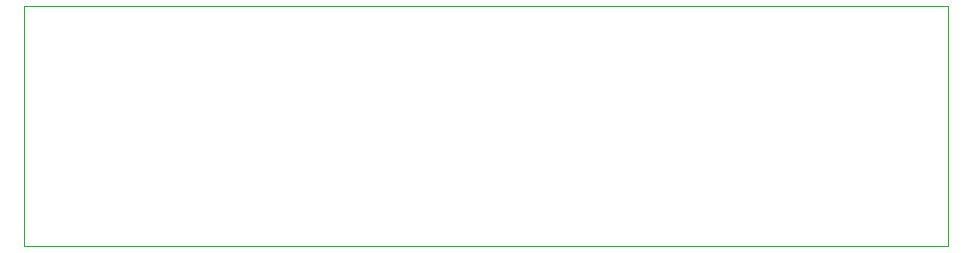
<source format=gm1>
%TF.GenerationSoftware,KiCad,Pcbnew,7.0.10*%
%TF.CreationDate,2024-02-06T21:46:11+00:00*%
%TF.ProjectId,mini_keyboard,6d696e69-5f6b-4657-9962-6f6172642e6b,rev?*%
%TF.SameCoordinates,Original*%
%TF.FileFunction,Profile,NP*%
%FSLAX46Y46*%
G04 Gerber Fmt 4.6, Leading zero omitted, Abs format (unit mm)*
G04 Created by KiCad (PCBNEW 7.0.10) date 2024-02-06 21:46:11*
%MOMM*%
%LPD*%
G01*
G04 APERTURE LIST*
%TA.AperFunction,Profile*%
%ADD10C,0.100000*%
%TD*%
G04 APERTURE END LIST*
D10*
X102175000Y-90170000D02*
X180407000Y-90170000D01*
X180407000Y-110490000D01*
X102175000Y-110490000D01*
X102175000Y-90170000D01*
M02*

</source>
